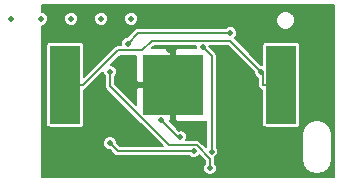
<source format=gbr>
G04 #@! TF.FileFunction,Copper,L2,Bot,Signal*
%FSLAX46Y46*%
G04 Gerber Fmt 4.6, Leading zero omitted, Abs format (unit mm)*
G04 Created by KiCad (PCBNEW 4.0.7) date Monday, September 16, 2019 'PMt' 11:11:56 PM*
%MOMM*%
%LPD*%
G01*
G04 APERTURE LIST*
%ADD10C,0.100000*%
%ADD11R,2.540000X6.604000*%
%ADD12R,5.080000X5.080000*%
%ADD13C,0.508000*%
%ADD14C,0.203200*%
%ADD15C,0.152400*%
G04 APERTURE END LIST*
D10*
D11*
X127254000Y-113792000D03*
D12*
X118110000Y-113792000D03*
D11*
X108966000Y-113792000D03*
D13*
X106934000Y-108204000D03*
X114554000Y-108204000D03*
X109474000Y-108204000D03*
X125539500Y-119189500D03*
X104394000Y-108204000D03*
X117719200Y-110813500D03*
X118637200Y-117531100D03*
X112014000Y-108204000D03*
X117096100Y-116744100D03*
X118680900Y-118192500D03*
X121355000Y-119443500D03*
X120594500Y-110570000D03*
X112738300Y-112673600D03*
X121236500Y-120862100D03*
X112750300Y-118742200D03*
X119851800Y-119425100D03*
X125542000Y-112690700D03*
X114250600Y-110304700D03*
X122953600Y-109420000D03*
D14*
X118110000Y-113792000D02*
X118110000Y-110997700D01*
X118110000Y-113792000D02*
X118110000Y-116586300D01*
X118637200Y-117113500D02*
X118637200Y-117531100D01*
X118110000Y-116586300D02*
X118637200Y-117113500D01*
X117903400Y-110997700D02*
X117719200Y-110813500D01*
X118110000Y-110997700D02*
X117903400Y-110997700D01*
X118544500Y-118192500D02*
X118680900Y-118192500D01*
X117096100Y-116744100D02*
X118544500Y-118192500D01*
X121355000Y-111330500D02*
X121355000Y-119443500D01*
X120594500Y-110570000D02*
X121355000Y-111330500D01*
X112738300Y-113887600D02*
X112738300Y-112673600D01*
X117767400Y-118916700D02*
X112738300Y-113887600D01*
X120093000Y-118916700D02*
X117767400Y-118916700D01*
X121236500Y-120060200D02*
X120093000Y-118916700D01*
X121236500Y-120862100D02*
X121236500Y-120060200D01*
X113433200Y-119425100D02*
X119851800Y-119425100D01*
X112750300Y-118742200D02*
X113433200Y-119425100D01*
X125729700Y-112878400D02*
X125542000Y-112690700D01*
X125729700Y-113792000D02*
X125729700Y-112878400D01*
X127254000Y-113792000D02*
X125729700Y-113792000D01*
X122898600Y-110047300D02*
X125542000Y-112690700D01*
X116329500Y-110047300D02*
X122898600Y-110047300D01*
X115496800Y-110880000D02*
X116329500Y-110047300D01*
X113402300Y-110880000D02*
X115496800Y-110880000D01*
X110490300Y-113792000D02*
X113402300Y-110880000D01*
X108966000Y-113792000D02*
X110490300Y-113792000D01*
X115135300Y-109420000D02*
X122953600Y-109420000D01*
X114250600Y-110304700D02*
X115135300Y-109420000D01*
D15*
G36*
X131737100Y-121577100D02*
X107010200Y-121577100D01*
X107010200Y-110490000D01*
X107359331Y-110490000D01*
X107359331Y-117094000D01*
X107382356Y-117216365D01*
X107454673Y-117328749D01*
X107565017Y-117404144D01*
X107696000Y-117430669D01*
X110236000Y-117430669D01*
X110358365Y-117407644D01*
X110470749Y-117335327D01*
X110546144Y-117224983D01*
X110572669Y-117094000D01*
X110572669Y-114207416D01*
X110655543Y-114190931D01*
X110795629Y-114097329D01*
X112154043Y-112738915D01*
X112153999Y-112789295D01*
X112242751Y-113004090D01*
X112306500Y-113067951D01*
X112306500Y-113887600D01*
X112339369Y-114052843D01*
X112381469Y-114115850D01*
X112432971Y-114192929D01*
X117233343Y-118993300D01*
X113612057Y-118993300D01*
X113334523Y-118715765D01*
X113334601Y-118626505D01*
X113245849Y-118411710D01*
X113081655Y-118247228D01*
X112867014Y-118158102D01*
X112634605Y-118157899D01*
X112419810Y-118246651D01*
X112255328Y-118410845D01*
X112166202Y-118625486D01*
X112165999Y-118857895D01*
X112254751Y-119072690D01*
X112418945Y-119237172D01*
X112633586Y-119326298D01*
X112723819Y-119326377D01*
X113127869Y-119730426D01*
X113127871Y-119730429D01*
X113267957Y-119824031D01*
X113433200Y-119856900D01*
X119457384Y-119856900D01*
X119520445Y-119920072D01*
X119735086Y-120009198D01*
X119967495Y-120009401D01*
X120182290Y-119920649D01*
X120334424Y-119768782D01*
X120804700Y-120239058D01*
X120804700Y-120467684D01*
X120741528Y-120530745D01*
X120652402Y-120745386D01*
X120652199Y-120977795D01*
X120740951Y-121192590D01*
X120905145Y-121357072D01*
X121119786Y-121446198D01*
X121352195Y-121446401D01*
X121566990Y-121357649D01*
X121731472Y-121193455D01*
X121820598Y-120978814D01*
X121820801Y-120746405D01*
X121732049Y-120531610D01*
X121668300Y-120467749D01*
X121668300Y-120060200D01*
X121647337Y-119954813D01*
X121685490Y-119939049D01*
X121849972Y-119774855D01*
X121939098Y-119560214D01*
X121939301Y-119327805D01*
X121850549Y-119113010D01*
X121786800Y-119049149D01*
X121786800Y-118065710D01*
X129019300Y-118065710D01*
X129019300Y-120058290D01*
X129116940Y-120549158D01*
X129394994Y-120965296D01*
X129811132Y-121243350D01*
X130302000Y-121340990D01*
X130792868Y-121243350D01*
X131209006Y-120965296D01*
X131487060Y-120549158D01*
X131584700Y-120058290D01*
X131584700Y-118065710D01*
X131487060Y-117574842D01*
X131209006Y-117158704D01*
X130792868Y-116880650D01*
X130302000Y-116783010D01*
X129811132Y-116880650D01*
X129394994Y-117158704D01*
X129116940Y-117574842D01*
X129019300Y-118065710D01*
X121786800Y-118065710D01*
X121786800Y-111330500D01*
X121753931Y-111165257D01*
X121660329Y-111025171D01*
X121660326Y-111025169D01*
X121178723Y-110543565D01*
X121178779Y-110479100D01*
X122719742Y-110479100D01*
X124957777Y-112717135D01*
X124957699Y-112806395D01*
X125046451Y-113021190D01*
X125210645Y-113185672D01*
X125297900Y-113221903D01*
X125297900Y-113792000D01*
X125330769Y-113957243D01*
X125424371Y-114097329D01*
X125564457Y-114190931D01*
X125647331Y-114207416D01*
X125647331Y-117094000D01*
X125670356Y-117216365D01*
X125742673Y-117328749D01*
X125853017Y-117404144D01*
X125984000Y-117430669D01*
X128524000Y-117430669D01*
X128646365Y-117407644D01*
X128758749Y-117335327D01*
X128834144Y-117224983D01*
X128860669Y-117094000D01*
X128860669Y-110490000D01*
X128837644Y-110367635D01*
X128765327Y-110255251D01*
X128654983Y-110179856D01*
X128524000Y-110153331D01*
X125984000Y-110153331D01*
X125861635Y-110176356D01*
X125749251Y-110248673D01*
X125673856Y-110359017D01*
X125647331Y-110490000D01*
X125647331Y-112106592D01*
X125568481Y-112106523D01*
X123330839Y-109868881D01*
X123448572Y-109751355D01*
X123537698Y-109536714D01*
X123537901Y-109304305D01*
X123449149Y-109089510D01*
X123284955Y-108925028D01*
X123070314Y-108835902D01*
X122837905Y-108835699D01*
X122623110Y-108924451D01*
X122559249Y-108988200D01*
X115135305Y-108988200D01*
X115135300Y-108988199D01*
X114997474Y-109015615D01*
X114970057Y-109021069D01*
X114829971Y-109114671D01*
X114224165Y-109720477D01*
X114134905Y-109720399D01*
X113920110Y-109809151D01*
X113755628Y-109973345D01*
X113666502Y-110187986D01*
X113666299Y-110420395D01*
X113677788Y-110448200D01*
X113402300Y-110448200D01*
X113237057Y-110481069D01*
X113103962Y-110570000D01*
X113096971Y-110574671D01*
X110572669Y-113098973D01*
X110572669Y-110490000D01*
X110549644Y-110367635D01*
X110477327Y-110255251D01*
X110366983Y-110179856D01*
X110236000Y-110153331D01*
X107696000Y-110153331D01*
X107573635Y-110176356D01*
X107461251Y-110248673D01*
X107385856Y-110359017D01*
X107359331Y-110490000D01*
X107010200Y-110490000D01*
X107010200Y-108788267D01*
X107049695Y-108788301D01*
X107264490Y-108699549D01*
X107428972Y-108535355D01*
X107518098Y-108320714D01*
X107518098Y-108319695D01*
X108889699Y-108319695D01*
X108978451Y-108534490D01*
X109142645Y-108698972D01*
X109357286Y-108788098D01*
X109589695Y-108788301D01*
X109804490Y-108699549D01*
X109968972Y-108535355D01*
X110058098Y-108320714D01*
X110058098Y-108319695D01*
X111429699Y-108319695D01*
X111518451Y-108534490D01*
X111682645Y-108698972D01*
X111897286Y-108788098D01*
X112129695Y-108788301D01*
X112344490Y-108699549D01*
X112508972Y-108535355D01*
X112598098Y-108320714D01*
X112598098Y-108319695D01*
X113969699Y-108319695D01*
X114058451Y-108534490D01*
X114222645Y-108698972D01*
X114437286Y-108788098D01*
X114669695Y-108788301D01*
X114884490Y-108699549D01*
X115048972Y-108535355D01*
X115057575Y-108514635D01*
X126853814Y-108514635D01*
X126972472Y-108801807D01*
X127191993Y-109021712D01*
X127478958Y-109140870D01*
X127789679Y-109141142D01*
X128076851Y-109022484D01*
X128296756Y-108802963D01*
X128415914Y-108515998D01*
X128416186Y-108205277D01*
X128297528Y-107918105D01*
X128078007Y-107698200D01*
X127791042Y-107579042D01*
X127480321Y-107578770D01*
X127193149Y-107697428D01*
X126973244Y-107916949D01*
X126854086Y-108203914D01*
X126853814Y-108514635D01*
X115057575Y-108514635D01*
X115138098Y-108320714D01*
X115138301Y-108088305D01*
X115049549Y-107873510D01*
X114885355Y-107709028D01*
X114670714Y-107619902D01*
X114438305Y-107619699D01*
X114223510Y-107708451D01*
X114059028Y-107872645D01*
X113969902Y-108087286D01*
X113969699Y-108319695D01*
X112598098Y-108319695D01*
X112598301Y-108088305D01*
X112509549Y-107873510D01*
X112345355Y-107709028D01*
X112130714Y-107619902D01*
X111898305Y-107619699D01*
X111683510Y-107708451D01*
X111519028Y-107872645D01*
X111429902Y-108087286D01*
X111429699Y-108319695D01*
X110058098Y-108319695D01*
X110058301Y-108088305D01*
X109969549Y-107873510D01*
X109805355Y-107709028D01*
X109590714Y-107619902D01*
X109358305Y-107619699D01*
X109143510Y-107708451D01*
X108979028Y-107872645D01*
X108889902Y-108087286D01*
X108889699Y-108319695D01*
X107518098Y-108319695D01*
X107518301Y-108088305D01*
X107429549Y-107873510D01*
X107265355Y-107709028D01*
X107050714Y-107619902D01*
X107010200Y-107619867D01*
X107010200Y-107022900D01*
X131737100Y-107022900D01*
X131737100Y-121577100D01*
X131737100Y-121577100D01*
G37*
X131737100Y-121577100D02*
X107010200Y-121577100D01*
X107010200Y-110490000D01*
X107359331Y-110490000D01*
X107359331Y-117094000D01*
X107382356Y-117216365D01*
X107454673Y-117328749D01*
X107565017Y-117404144D01*
X107696000Y-117430669D01*
X110236000Y-117430669D01*
X110358365Y-117407644D01*
X110470749Y-117335327D01*
X110546144Y-117224983D01*
X110572669Y-117094000D01*
X110572669Y-114207416D01*
X110655543Y-114190931D01*
X110795629Y-114097329D01*
X112154043Y-112738915D01*
X112153999Y-112789295D01*
X112242751Y-113004090D01*
X112306500Y-113067951D01*
X112306500Y-113887600D01*
X112339369Y-114052843D01*
X112381469Y-114115850D01*
X112432971Y-114192929D01*
X117233343Y-118993300D01*
X113612057Y-118993300D01*
X113334523Y-118715765D01*
X113334601Y-118626505D01*
X113245849Y-118411710D01*
X113081655Y-118247228D01*
X112867014Y-118158102D01*
X112634605Y-118157899D01*
X112419810Y-118246651D01*
X112255328Y-118410845D01*
X112166202Y-118625486D01*
X112165999Y-118857895D01*
X112254751Y-119072690D01*
X112418945Y-119237172D01*
X112633586Y-119326298D01*
X112723819Y-119326377D01*
X113127869Y-119730426D01*
X113127871Y-119730429D01*
X113267957Y-119824031D01*
X113433200Y-119856900D01*
X119457384Y-119856900D01*
X119520445Y-119920072D01*
X119735086Y-120009198D01*
X119967495Y-120009401D01*
X120182290Y-119920649D01*
X120334424Y-119768782D01*
X120804700Y-120239058D01*
X120804700Y-120467684D01*
X120741528Y-120530745D01*
X120652402Y-120745386D01*
X120652199Y-120977795D01*
X120740951Y-121192590D01*
X120905145Y-121357072D01*
X121119786Y-121446198D01*
X121352195Y-121446401D01*
X121566990Y-121357649D01*
X121731472Y-121193455D01*
X121820598Y-120978814D01*
X121820801Y-120746405D01*
X121732049Y-120531610D01*
X121668300Y-120467749D01*
X121668300Y-120060200D01*
X121647337Y-119954813D01*
X121685490Y-119939049D01*
X121849972Y-119774855D01*
X121939098Y-119560214D01*
X121939301Y-119327805D01*
X121850549Y-119113010D01*
X121786800Y-119049149D01*
X121786800Y-118065710D01*
X129019300Y-118065710D01*
X129019300Y-120058290D01*
X129116940Y-120549158D01*
X129394994Y-120965296D01*
X129811132Y-121243350D01*
X130302000Y-121340990D01*
X130792868Y-121243350D01*
X131209006Y-120965296D01*
X131487060Y-120549158D01*
X131584700Y-120058290D01*
X131584700Y-118065710D01*
X131487060Y-117574842D01*
X131209006Y-117158704D01*
X130792868Y-116880650D01*
X130302000Y-116783010D01*
X129811132Y-116880650D01*
X129394994Y-117158704D01*
X129116940Y-117574842D01*
X129019300Y-118065710D01*
X121786800Y-118065710D01*
X121786800Y-111330500D01*
X121753931Y-111165257D01*
X121660329Y-111025171D01*
X121660326Y-111025169D01*
X121178723Y-110543565D01*
X121178779Y-110479100D01*
X122719742Y-110479100D01*
X124957777Y-112717135D01*
X124957699Y-112806395D01*
X125046451Y-113021190D01*
X125210645Y-113185672D01*
X125297900Y-113221903D01*
X125297900Y-113792000D01*
X125330769Y-113957243D01*
X125424371Y-114097329D01*
X125564457Y-114190931D01*
X125647331Y-114207416D01*
X125647331Y-117094000D01*
X125670356Y-117216365D01*
X125742673Y-117328749D01*
X125853017Y-117404144D01*
X125984000Y-117430669D01*
X128524000Y-117430669D01*
X128646365Y-117407644D01*
X128758749Y-117335327D01*
X128834144Y-117224983D01*
X128860669Y-117094000D01*
X128860669Y-110490000D01*
X128837644Y-110367635D01*
X128765327Y-110255251D01*
X128654983Y-110179856D01*
X128524000Y-110153331D01*
X125984000Y-110153331D01*
X125861635Y-110176356D01*
X125749251Y-110248673D01*
X125673856Y-110359017D01*
X125647331Y-110490000D01*
X125647331Y-112106592D01*
X125568481Y-112106523D01*
X123330839Y-109868881D01*
X123448572Y-109751355D01*
X123537698Y-109536714D01*
X123537901Y-109304305D01*
X123449149Y-109089510D01*
X123284955Y-108925028D01*
X123070314Y-108835902D01*
X122837905Y-108835699D01*
X122623110Y-108924451D01*
X122559249Y-108988200D01*
X115135305Y-108988200D01*
X115135300Y-108988199D01*
X114997474Y-109015615D01*
X114970057Y-109021069D01*
X114829971Y-109114671D01*
X114224165Y-109720477D01*
X114134905Y-109720399D01*
X113920110Y-109809151D01*
X113755628Y-109973345D01*
X113666502Y-110187986D01*
X113666299Y-110420395D01*
X113677788Y-110448200D01*
X113402300Y-110448200D01*
X113237057Y-110481069D01*
X113103962Y-110570000D01*
X113096971Y-110574671D01*
X110572669Y-113098973D01*
X110572669Y-110490000D01*
X110549644Y-110367635D01*
X110477327Y-110255251D01*
X110366983Y-110179856D01*
X110236000Y-110153331D01*
X107696000Y-110153331D01*
X107573635Y-110176356D01*
X107461251Y-110248673D01*
X107385856Y-110359017D01*
X107359331Y-110490000D01*
X107010200Y-110490000D01*
X107010200Y-108788267D01*
X107049695Y-108788301D01*
X107264490Y-108699549D01*
X107428972Y-108535355D01*
X107518098Y-108320714D01*
X107518098Y-108319695D01*
X108889699Y-108319695D01*
X108978451Y-108534490D01*
X109142645Y-108698972D01*
X109357286Y-108788098D01*
X109589695Y-108788301D01*
X109804490Y-108699549D01*
X109968972Y-108535355D01*
X110058098Y-108320714D01*
X110058098Y-108319695D01*
X111429699Y-108319695D01*
X111518451Y-108534490D01*
X111682645Y-108698972D01*
X111897286Y-108788098D01*
X112129695Y-108788301D01*
X112344490Y-108699549D01*
X112508972Y-108535355D01*
X112598098Y-108320714D01*
X112598098Y-108319695D01*
X113969699Y-108319695D01*
X114058451Y-108534490D01*
X114222645Y-108698972D01*
X114437286Y-108788098D01*
X114669695Y-108788301D01*
X114884490Y-108699549D01*
X115048972Y-108535355D01*
X115057575Y-108514635D01*
X126853814Y-108514635D01*
X126972472Y-108801807D01*
X127191993Y-109021712D01*
X127478958Y-109140870D01*
X127789679Y-109141142D01*
X128076851Y-109022484D01*
X128296756Y-108802963D01*
X128415914Y-108515998D01*
X128416186Y-108205277D01*
X128297528Y-107918105D01*
X128078007Y-107698200D01*
X127791042Y-107579042D01*
X127480321Y-107578770D01*
X127193149Y-107697428D01*
X126973244Y-107916949D01*
X126854086Y-108203914D01*
X126853814Y-108514635D01*
X115057575Y-108514635D01*
X115138098Y-108320714D01*
X115138301Y-108088305D01*
X115049549Y-107873510D01*
X114885355Y-107709028D01*
X114670714Y-107619902D01*
X114438305Y-107619699D01*
X114223510Y-107708451D01*
X114059028Y-107872645D01*
X113969902Y-108087286D01*
X113969699Y-108319695D01*
X112598098Y-108319695D01*
X112598301Y-108088305D01*
X112509549Y-107873510D01*
X112345355Y-107709028D01*
X112130714Y-107619902D01*
X111898305Y-107619699D01*
X111683510Y-107708451D01*
X111519028Y-107872645D01*
X111429902Y-108087286D01*
X111429699Y-108319695D01*
X110058098Y-108319695D01*
X110058301Y-108088305D01*
X109969549Y-107873510D01*
X109805355Y-107709028D01*
X109590714Y-107619902D01*
X109358305Y-107619699D01*
X109143510Y-107708451D01*
X108979028Y-107872645D01*
X108889902Y-108087286D01*
X108889699Y-108319695D01*
X107518098Y-108319695D01*
X107518301Y-108088305D01*
X107429549Y-107873510D01*
X107265355Y-107709028D01*
X107050714Y-107619902D01*
X107010200Y-107619867D01*
X107010200Y-107022900D01*
X131737100Y-107022900D01*
X131737100Y-121577100D01*
G36*
X120010215Y-110667800D02*
X118433850Y-110667800D01*
X118287800Y-110813850D01*
X118287800Y-113614200D01*
X118307800Y-113614200D01*
X118307800Y-113969800D01*
X118287800Y-113969800D01*
X118287800Y-116770150D01*
X118433850Y-116916200D01*
X120766205Y-116916200D01*
X120923200Y-116851171D01*
X120923200Y-119049084D01*
X120879583Y-119092625D01*
X120398329Y-118611371D01*
X120258243Y-118517769D01*
X120093000Y-118484900D01*
X119192047Y-118484900D01*
X119264998Y-118309214D01*
X119265201Y-118076805D01*
X119176449Y-117862010D01*
X119012255Y-117697528D01*
X118797614Y-117608402D01*
X118570862Y-117608204D01*
X117832504Y-116869846D01*
X117932200Y-116770150D01*
X117932200Y-113969800D01*
X115131850Y-113969800D01*
X114985800Y-114115850D01*
X114985800Y-115524442D01*
X113170100Y-113708742D01*
X113170100Y-113068016D01*
X113233272Y-113004955D01*
X113322398Y-112790314D01*
X113322601Y-112557905D01*
X113233849Y-112343110D01*
X113069655Y-112178628D01*
X112855014Y-112089502D01*
X112803501Y-112089457D01*
X113581158Y-111311800D01*
X114985800Y-111311800D01*
X114985800Y-113468150D01*
X115131850Y-113614200D01*
X117932200Y-113614200D01*
X117932200Y-110813850D01*
X117786150Y-110667800D01*
X116319657Y-110667800D01*
X116508357Y-110479100D01*
X120010379Y-110479100D01*
X120010215Y-110667800D01*
X120010215Y-110667800D01*
G37*
X120010215Y-110667800D02*
X118433850Y-110667800D01*
X118287800Y-110813850D01*
X118287800Y-113614200D01*
X118307800Y-113614200D01*
X118307800Y-113969800D01*
X118287800Y-113969800D01*
X118287800Y-116770150D01*
X118433850Y-116916200D01*
X120766205Y-116916200D01*
X120923200Y-116851171D01*
X120923200Y-119049084D01*
X120879583Y-119092625D01*
X120398329Y-118611371D01*
X120258243Y-118517769D01*
X120093000Y-118484900D01*
X119192047Y-118484900D01*
X119264998Y-118309214D01*
X119265201Y-118076805D01*
X119176449Y-117862010D01*
X119012255Y-117697528D01*
X118797614Y-117608402D01*
X118570862Y-117608204D01*
X117832504Y-116869846D01*
X117932200Y-116770150D01*
X117932200Y-113969800D01*
X115131850Y-113969800D01*
X114985800Y-114115850D01*
X114985800Y-115524442D01*
X113170100Y-113708742D01*
X113170100Y-113068016D01*
X113233272Y-113004955D01*
X113322398Y-112790314D01*
X113322601Y-112557905D01*
X113233849Y-112343110D01*
X113069655Y-112178628D01*
X112855014Y-112089502D01*
X112803501Y-112089457D01*
X113581158Y-111311800D01*
X114985800Y-111311800D01*
X114985800Y-113468150D01*
X115131850Y-113614200D01*
X117932200Y-113614200D01*
X117932200Y-110813850D01*
X117786150Y-110667800D01*
X116319657Y-110667800D01*
X116508357Y-110479100D01*
X120010379Y-110479100D01*
X120010215Y-110667800D01*
M02*

</source>
